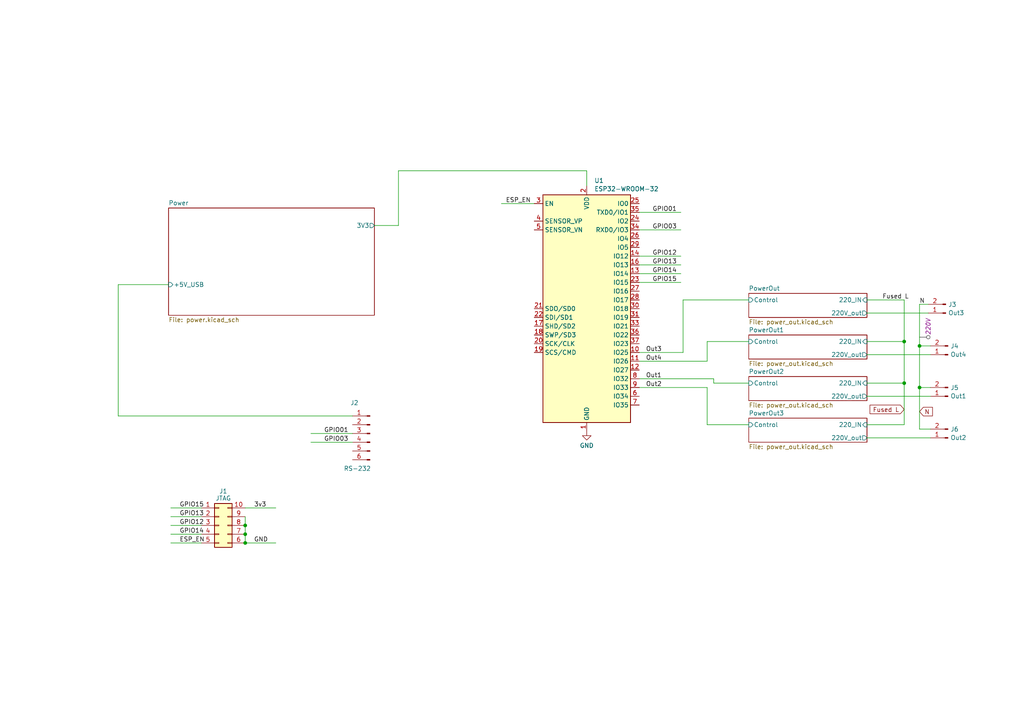
<source format=kicad_sch>
(kicad_sch (version 20230121) (generator eeschema)
  (paper "A4")
  (lib_symbols
    (symbol "Connector:Conn_01x02_Pin" (pin_names (offset 1.016) hide)
      (property "Reference" "J" (at 0 2.54 0))
      (property "Value" "Conn_01x02_Pin" (at 0 -5.08 0))
      (symbol "Conn_01x02_Pin_1_1"
        (polyline (pts (xy 1.27 -2.54) (xy 0.8636 -2.54)) (stroke (width 0.1524)))
        (polyline (pts (xy 1.27 0) (xy 0.8636 0)) (stroke (width 0.1524)))
        (rectangle (start 0.8636 -2.413) (end 0 -2.667) (stroke (width 0.1524)) (fill (type outline)))
        (rectangle (start 0.8636 0.127) (end 0 -0.127) (stroke (width 0.1524)) (fill (type outline)))
        (pin passive line (at 5.08 0 180) (length 3.81) (name "Pin_1") (number "1"))
        (pin passive line (at 5.08 -2.54 180) (length 3.81) (name "Pin_2") (number "2"))
      )
    )
    (symbol "Connector:Conn_01x06_Pin" (pin_names (offset 1.016) hide)
      (property "Reference" "J" (at 0 7.62 0))
      (property "Value" "Conn_01x06_Pin" (at 0 -10.16 0))
      (symbol "Conn_01x06_Pin_1_1"
        (polyline (pts (xy 1.27 -7.62) (xy 0.8636 -7.62)) (stroke (width 0.1524)))
        (polyline (pts (xy 1.27 -5.08) (xy 0.8636 -5.08)) (stroke (width 0.1524)))
        (polyline (pts (xy 1.27 -2.54) (xy 0.8636 -2.54)) (stroke (width 0.1524)))
        (polyline (pts (xy 1.27 0) (xy 0.8636 0)) (stroke (width 0.1524)))
        (polyline (pts (xy 1.27 2.54) (xy 0.8636 2.54)) (stroke (width 0.1524)))
        (polyline (pts (xy 1.27 5.08) (xy 0.8636 5.08)) (stroke (width 0.1524)))
        (rectangle (start 0.8636 -7.493) (end 0 -7.747) (stroke (width 0.1524)) (fill (type outline)))
        (rectangle (start 0.8636 -4.953) (end 0 -5.207) (stroke (width 0.1524)) (fill (type outline)))
        (rectangle (start 0.8636 -2.413) (end 0 -2.667) (stroke (width 0.1524)) (fill (type outline)))
        (rectangle (start 0.8636 0.127) (end 0 -0.127) (stroke (width 0.1524)) (fill (type outline)))
        (rectangle (start 0.8636 2.667) (end 0 2.413) (stroke (width 0.1524)) (fill (type outline)))
        (rectangle (start 0.8636 5.207) (end 0 4.953) (stroke (width 0.1524)) (fill (type outline)))
        (pin passive line (at 5.08 5.08 180) (length 3.81) (name "Pin_1") (number "1"))
        (pin passive line (at 5.08 2.54 180) (length 3.81) (name "Pin_2") (number "2"))
        (pin passive line (at 5.08 0 180) (length 3.81) (name "Pin_3") (number "3"))
        (pin passive line (at 5.08 -2.54 180) (length 3.81) (name "Pin_4") (number "4"))
        (pin passive line (at 5.08 -5.08 180) (length 3.81) (name "Pin_5") (number "5"))
        (pin passive line (at 5.08 -7.62 180) (length 3.81) (name "Pin_6") (number "6"))
      )
    )
    (symbol "Connector_Generic:Conn_02x05_Counter_Clockwise" (pin_names (offset 1.016) hide)
      (property "Reference" "J" (at 1.27 7.62 0))
      (property "Value" "Conn_02x05_Counter_Clockwise" (at 1.27 -7.62 0))
      (symbol "Conn_02x05_Counter_Clockwise_1_1"
        (rectangle (start -1.27 -4.953) (end 0 -5.207) (stroke (width 0.1524)))
        (rectangle (start -1.27 -2.413) (end 0 -2.667) (stroke (width 0.1524)))
        (rectangle (start -1.27 0.127) (end 0 -0.127) (stroke (width 0.1524)))
        (rectangle (start -1.27 2.667) (end 0 2.413) (stroke (width 0.1524)))
        (rectangle (start -1.27 5.207) (end 0 4.953) (stroke (width 0.1524)))
        (rectangle (start -1.27 6.35) (end 3.81 -6.35) (stroke (width 0.254)) (fill (type background)))
        (rectangle (start 3.81 -4.953) (end 2.54 -5.207) (stroke (width 0.1524)))
        (rectangle (start 3.81 -2.413) (end 2.54 -2.667) (stroke (width 0.1524)))
        (rectangle (start 3.81 0.127) (end 2.54 -0.127) (stroke (width 0.1524)))
        (rectangle (start 3.81 2.667) (end 2.54 2.413) (stroke (width 0.1524)))
        (rectangle (start 3.81 5.207) (end 2.54 4.953) (stroke (width 0.1524)))
        (pin passive line (at -5.08 5.08 0) (length 3.81) (name "Pin_1") (number "1"))
        (pin passive line (at 7.62 5.08 180) (length 3.81) (name "Pin_10") (number "10"))
        (pin passive line (at -5.08 2.54 0) (length 3.81) (name "Pin_2") (number "2"))
        (pin passive line (at -5.08 0 0) (length 3.81) (name "Pin_3") (number "3"))
        (pin passive line (at -5.08 -2.54 0) (length 3.81) (name "Pin_4") (number "4"))
        (pin passive line (at -5.08 -5.08 0) (length 3.81) (name "Pin_5") (number "5"))
        (pin passive line (at 7.62 -5.08 180) (length 3.81) (name "Pin_6") (number "6"))
        (pin passive line (at 7.62 -2.54 180) (length 3.81) (name "Pin_7") (number "7"))
        (pin passive line (at 7.62 0 180) (length 3.81) (name "Pin_8") (number "8"))
        (pin passive line (at 7.62 2.54 180) (length 3.81) (name "Pin_9") (number "9"))
      )
    )
    (symbol "RF_Module:ESP32-WROOM-32"
      (property "Reference" "U" (at -12.7 34.29 0))
      (property "Value" "ESP32-WROOM-32" (at 1.27 34.29 0))
      (symbol "ESP32-WROOM-32_0_1"
        (rectangle (start -12.7 33.02) (end 12.7 -33.02) (stroke (width 0.254)) (fill (type background)))
      )
      (symbol "ESP32-WROOM-32_1_1"
        (pin power_in line (at 0 -35.56 90) (length 2.54) (name "GND") (number "1"))
        (pin bidirectional line (at 15.24 -12.7 180) (length 2.54) (name "IO25") (number "10"))
        (pin bidirectional line (at 15.24 -15.24 180) (length 2.54) (name "IO26") (number "11"))
        (pin bidirectional line (at 15.24 -17.78 180) (length 2.54) (name "IO27") (number "12"))
        (pin bidirectional line (at 15.24 10.16 180) (length 2.54) (name "IO14") (number "13"))
        (pin bidirectional line (at 15.24 15.24 180) (length 2.54) (name "IO12") (number "14"))
        (pin passive line (at 0 -35.56 90) (length 2.54) hide (name "GND") (number "15"))
        (pin bidirectional line (at 15.24 12.7 180) (length 2.54) (name "IO13") (number "16"))
        (pin bidirectional line (at -15.24 -5.08 0) (length 2.54) (name "SHD/SD2") (number "17"))
        (pin bidirectional line (at -15.24 -7.62 0) (length 2.54) (name "SWP/SD3") (number "18"))
        (pin bidirectional line (at -15.24 -12.7 0) (length 2.54) (name "SCS/CMD") (number "19"))
        (pin power_in line (at 0 35.56 270) (length 2.54) (name "VDD") (number "2"))
        (pin bidirectional line (at -15.24 -10.16 0) (length 2.54) (name "SCK/CLK") (number "20"))
        (pin bidirectional line (at -15.24 0 0) (length 2.54) (name "SDO/SD0") (number "21"))
        (pin bidirectional line (at -15.24 -2.54 0) (length 2.54) (name "SDI/SD1") (number "22"))
        (pin bidirectional line (at 15.24 7.62 180) (length 2.54) (name "IO15") (number "23"))
        (pin bidirectional line (at 15.24 25.4 180) (length 2.54) (name "IO2") (number "24"))
        (pin bidirectional line (at 15.24 30.48 180) (length 2.54) (name "IO0") (number "25"))
        (pin bidirectional line (at 15.24 20.32 180) (length 2.54) (name "IO4") (number "26"))
        (pin bidirectional line (at 15.24 5.08 180) (length 2.54) (name "IO16") (number "27"))
        (pin bidirectional line (at 15.24 2.54 180) (length 2.54) (name "IO17") (number "28"))
        (pin bidirectional line (at 15.24 17.78 180) (length 2.54) (name "IO5") (number "29"))
        (pin input line (at -15.24 30.48 0) (length 2.54) (name "EN") (number "3"))
        (pin bidirectional line (at 15.24 0 180) (length 2.54) (name "IO18") (number "30"))
        (pin bidirectional line (at 15.24 -2.54 180) (length 2.54) (name "IO19") (number "31"))
        (pin no_connect line (at -12.7 -27.94 0) (length 2.54) hide (name "NC") (number "32"))
        (pin bidirectional line (at 15.24 -5.08 180) (length 2.54) (name "IO21") (number "33"))
        (pin bidirectional line (at 15.24 22.86 180) (length 2.54) (name "RXD0/IO3") (number "34"))
        (pin bidirectional line (at 15.24 27.94 180) (length 2.54) (name "TXD0/IO1") (number "35"))
        (pin bidirectional line (at 15.24 -7.62 180) (length 2.54) (name "IO22") (number "36"))
        (pin bidirectional line (at 15.24 -10.16 180) (length 2.54) (name "IO23") (number "37"))
        (pin passive line (at 0 -35.56 90) (length 2.54) hide (name "GND") (number "38"))
        (pin passive line (at 0 -35.56 90) (length 2.54) hide (name "GND") (number "39"))
        (pin input line (at -15.24 25.4 0) (length 2.54) (name "SENSOR_VP") (number "4"))
        (pin input line (at -15.24 22.86 0) (length 2.54) (name "SENSOR_VN") (number "5"))
        (pin input line (at 15.24 -25.4 180) (length 2.54) (name "IO34") (number "6"))
        (pin input line (at 15.24 -27.94 180) (length 2.54) (name "IO35") (number "7"))
        (pin bidirectional line (at 15.24 -20.32 180) (length 2.54) (name "IO32") (number "8"))
        (pin bidirectional line (at 15.24 -22.86 180) (length 2.54) (name "IO33") (number "9"))
      )
    )
    (symbol "power:GND" (power) (pin_names (offset 0))
      (property "Value" "GND" (at 0 -3.81 0))
      (symbol "GND_0_1"
        (polyline (pts (xy 0 0) (xy 0 -1.27) (xy 1.27 -1.27) (xy 0 -2.54) (xy -1.27 -1.27) (xy 0 -1.27)))
      )
      (symbol "GND_1_1"
        (pin power_in line (at 0 0 270) (length 0) hide (name "GND") (number "1"))
      )
    )
  )
  (junction (at 266.7 112.395))
  (junction (at 262.255 111.125))
  (junction (at 262.255 99.06))
  (junction (at 71.12 154.94))
  (junction (at 71.12 157.48))
  (junction (at 266.7 100.33))
  (junction (at 71.12 152.4))
  (wire (pts (xy 185.42 109.855) (xy 207.01 109.855)))
  (wire (pts (xy 34.29 82.55) (xy 48.895 82.55)))
  (wire (pts (xy 269.24 88.265) (xy 266.7 88.265)))
  (wire (pts (xy 262.255 99.06) (xy 262.255 111.125)))
  (wire (pts (xy 205.105 99.06) (xy 217.17 99.06)))
  (wire (pts (xy 251.46 114.935) (xy 269.875 114.935)))
  (wire (pts (xy 207.01 109.855) (xy 207.01 111.125)))
  (wire (pts (xy 262.255 123.19) (xy 251.46 123.19)))
  (wire (pts (xy 90.17 125.73) (xy 102.235 125.73)))
  (wire (pts (xy 115.57 49.53) (xy 115.57 65.405)))
  (wire (pts (xy 170.18 49.53) (xy 170.18 53.975)))
  (wire (pts (xy 185.42 81.915) (xy 197.485 81.915)))
  (wire (pts (xy 49.53 147.32) (xy 58.42 147.32)))
  (wire (pts (xy 205.105 123.19) (xy 217.17 123.19)))
  (wire (pts (xy 49.53 157.48) (xy 58.42 157.48)))
  (wire (pts (xy 185.42 74.295) (xy 197.485 74.295)))
  (wire (pts (xy 49.53 154.94) (xy 58.42 154.94)))
  (wire (pts (xy 185.42 102.235) (xy 198.12 102.235)))
  (wire (pts (xy 71.12 154.94) (xy 71.12 157.48)))
  (wire (pts (xy 185.42 112.395) (xy 205.105 112.395)))
  (wire (pts (xy 205.105 104.775) (xy 205.105 99.06)))
  (wire (pts (xy 185.42 76.835) (xy 197.485 76.835)))
  (wire (pts (xy 251.46 102.87) (xy 269.875 102.87)))
  (wire (pts (xy 262.255 86.995) (xy 262.255 99.06)))
  (wire (pts (xy 34.29 120.65) (xy 102.235 120.65)))
  (wire (pts (xy 251.46 111.125) (xy 262.255 111.125)))
  (wire (pts (xy 115.57 49.53) (xy 170.18 49.53)))
  (wire (pts (xy 90.17 128.27) (xy 102.235 128.27)))
  (wire (pts (xy 266.7 100.33) (xy 269.875 100.33)))
  (wire (pts (xy 108.585 65.405) (xy 115.57 65.405)))
  (wire (pts (xy 71.12 157.48) (xy 80.01 157.48)))
  (wire (pts (xy 80.01 147.32) (xy 71.12 147.32)))
  (wire (pts (xy 251.46 99.06) (xy 262.255 99.06)))
  (wire (pts (xy 198.12 86.995) (xy 217.17 86.995)))
  (wire (pts (xy 34.29 120.65) (xy 34.29 82.55)))
  (wire (pts (xy 185.42 79.375) (xy 197.485 79.375)))
  (wire (pts (xy 207.01 111.125) (xy 217.17 111.125)))
  (wire (pts (xy 266.7 112.395) (xy 269.875 112.395)))
  (wire (pts (xy 185.42 66.675) (xy 197.485 66.675)))
  (wire (pts (xy 49.53 149.86) (xy 58.42 149.86)))
  (wire (pts (xy 185.42 61.595) (xy 197.485 61.595)))
  (wire (pts (xy 251.46 127) (xy 269.875 127)))
  (wire (pts (xy 251.46 86.995) (xy 262.255 86.995)))
  (wire (pts (xy 71.12 152.4) (xy 71.12 154.94)))
  (wire (pts (xy 262.255 111.125) (xy 262.255 123.19)))
  (wire (pts (xy 185.42 104.775) (xy 205.105 104.775)))
  (wire (pts (xy 198.12 102.235) (xy 198.12 86.995)))
  (wire (pts (xy 266.7 100.33) (xy 266.7 112.395)))
  (wire (pts (xy 251.46 90.805) (xy 269.24 90.805)))
  (wire (pts (xy 266.7 88.265) (xy 266.7 100.33)))
  (wire (pts (xy 71.12 149.86) (xy 71.12 152.4)))
  (wire (pts (xy 266.7 124.46) (xy 269.875 124.46)))
  (wire (pts (xy 266.7 112.395) (xy 266.7 124.46)))
  (wire (pts (xy 205.105 112.395) (xy 205.105 123.19)))
  (wire (pts (xy 49.53 152.4) (xy 58.42 152.4)))
  (wire (pts (xy 145.415 59.055) (xy 154.94 59.055)))
  (label "Out2" (at 187.325 112.395 0))
  (label "GPIO12" (at 52.07 152.4 0))
  (label "GPIO13" (at 52.07 149.86 0))
  (label "Out1" (at 187.325 109.855 0))
  (label "GPIO01" (at 93.98 125.73 0))
  (label "N" (at 266.7 88.265 0))
  (label "GPIO12" (at 189.23 74.295 0))
  (label "GPIO13" (at 189.23 76.835 0))
  (label "GPIO03" (at 189.23 66.675 0))
  (label "ESP_EN" (at 52.07 157.48 0))
  (label "GPIO14" (at 189.23 79.375 0))
  (label "Fused L" (at 255.905 86.995 0))
  (label "GPIO15" (at 189.23 81.915 0))
  (label "GPIO14" (at 52.07 154.94 0))
  (label "GPIO15" (at 52.07 147.32 0))
  (label "ESP_EN" (at 146.685 59.055 0))
  (label "GPIO01" (at 189.23 61.595 0))
  (label "GPIO03" (at 93.98 128.27 0))
  (label "Out3" (at 187.325 102.235 0))
  (label "3v3" (at 73.66 147.32 0))
  (label "Out4" (at 187.325 104.775 0))
  (label "GND" (at 73.66 157.48 0))
  (global_label "N" (shape input) (at 266.7 119.38 0) (property "Intersheetrefs" "${INTERSHEET_REFS}" (effects hide)))
  (global_label "Fused L" (shape input) (at 262.255 118.745 180) (property "Intersheetrefs" "${INTERSHEET_REFS}" (effects hide)))
  (netclass_flag "" (length 2.54) (shape round) (at 266.7 97.79 270) (property "Netclass" "220V" (at 269.24 97.1804 90) (effects (font italic) (justify left))))
  (symbol (lib_id "Connector_Generic:Conn_02x05_Counter_Clockwise") (at 63.5 152.4 0) (unit 1)
    (property "Reference" "J1" (at 64.77 142.47 0))
    (property "Value" "JTAG" (at 64.77 144.518 0))
    (property "Footprint" "Connector:Tag-Connect_TC2050-IDC-FP_2x05_P1.27mm_Vertical" (effects hide))
  )
  (symbol (lib_id "Connector:Conn_01x02_Pin") (at 274.955 114.935 180) (unit 1)
    (property "Reference" "J5" (at 275.6662 112.4529 0) (effects (justify right)))
    (property "Value" "Out1" (at 275.6662 114.8771 0) (effects (justify right)))
    (property "Footprint" "Connector_JST:JST_NV_B02P-NV_1x02_P5.00mm_Vertical" (effects hide))
  )
  (symbol (lib_id "power:GND") (at 170.18 125.095 0) (unit 1)
    (property "Reference" "#PWR02" (effects hide))
    (property "Value" "GND" (at 170.18 129.2281 0))
  )
  (symbol (lib_id "Connector:Conn_01x06_Pin") (at 107.315 125.73 0) (mirror y) (unit 1)
    (property "Reference" "J2" (at 101.6 116.84 0) (effects (justify right)))
    (property "Value" "RS-232" (at 99.695 135.89 0) (effects (justify right)))
    (property "Footprint" "Connector:Tag-Connect_TC2030-IDC-NL_2x03_P1.27mm_Vertical" (effects hide))
  )
  (symbol (lib_id "Connector:Conn_01x02_Pin") (at 274.955 102.87 180) (unit 1)
    (property "Reference" "J4" (at 275.6662 100.3879 0) (effects (justify right)))
    (property "Value" "Out4" (at 275.6662 102.8121 0) (effects (justify right)))
    (property "Footprint" "Connector_JST:JST_NV_B02P-NV_1x02_P5.00mm_Vertical" (effects hide))
  )
  (symbol (lib_id "Connector:Conn_01x02_Pin") (at 274.32 90.805 180) (unit 1)
    (property "Reference" "J3" (at 275.0312 88.3229 0) (effects (justify right)))
    (property "Value" "Out3" (at 275.0312 90.7471 0) (effects (justify right)))
    (property "Footprint" "Connector_JST:JST_NV_B02P-NV_1x02_P5.00mm_Vertical" (effects hide))
  )
  (symbol (lib_id "Connector:Conn_01x02_Pin") (at 274.955 127 180) (unit 1)
    (property "Reference" "J6" (at 275.6662 124.5179 0) (effects (justify right)))
    (property "Value" "Out2" (at 275.6662 126.9421 0) (effects (justify right)))
    (property "Footprint" "Connector_JST:JST_NV_B02P-NV_1x02_P5.00mm_Vertical" (effects hide))
  )
  (symbol (lib_id "RF_Module:ESP32-WROOM-32") (at 170.18 89.535 0) (unit 1)
    (property "Reference" "U1" (at 172.3741 52.3707 0) (effects (justify left)))
    (property "Value" "ESP32-WROOM-32" (at 172.3741 54.7949 0) (effects (justify left)))
    (property "Footprint" "RF_Module:ESP32-WROOM-32" (effects hide))
    (property "Datasheet" "https://www.espressif.com/sites/default/files/documentation/esp32-wroom-32_datasheet_en.pdf" (effects hide))
  )
  (sheet (at 48.895 60.325) (size 59.69 31.115) (stroke (width 0.1524))
    (property "Sheetname" "Power" (at 48.895 59.6134 0) (effects (justify left bottom)))
    (property "Sheetfile" "power.kicad_sch" (at 48.895 92.0246 0) (effects (justify left top)))
    (pin "+5V_USB" input (at 48.895 82.55 180))
    (pin "3V3" output (at 108.585 65.405 0))
  )
  (sheet (at 217.17 97.155) (size 34.29 6.985) (stroke (width 0.1524))
    (property "Sheetname" "PowerOut1" (at 217.17 96.4434 0) (effects (justify left bottom)))
    (property "Sheetfile" "power_out.kicad_sch" (at 217.17 104.7246 0) (effects (justify left top)))
    (pin "220V_out" output (at 251.46 102.87 0))
    (pin "220_IN" input (at 251.46 99.06 0))
    (pin "Control" input (at 217.17 99.06 180))
  )
  (sheet (at 217.17 85.09) (size 34.29 6.985) (stroke (width 0.1524))
    (property "Sheetname" "PowerOut" (at 217.17 84.3784 0) (effects (justify left bottom)))
    (property "Sheetfile" "power_out.kicad_sch" (at 217.17 92.6596 0) (effects (justify left top)))
    (pin "220V_out" output (at 251.46 90.805 0))
    (pin "220_IN" input (at 251.46 86.995 0))
    (pin "Control" input (at 217.17 86.995 180))
  )
  (sheet (at 217.17 109.22) (size 34.29 6.985) (stroke (width 0.1524))
    (property "Sheetname" "PowerOut2" (at 217.17 108.5084 0) (effects (justify left bottom)))
    (property "Sheetfile" "power_out.kicad_sch" (at 217.17 116.7896 0) (effects (justify left top)))
    (pin "220V_out" output (at 251.46 114.935 0))
    (pin "220_IN" input (at 251.46 111.125 0))
    (pin "Control" input (at 217.17 111.125 180))
  )
  (sheet (at 217.17 121.285) (size 34.29 6.985) (stroke (width 0.1524))
    (property "Sheetname" "PowerOut3" (at 217.17 120.5734 0) (effects (justify left bottom)))
    (property "Sheetfile" "power_out.kicad_sch" (at 217.17 128.8546 0) (effects (justify left top)))
    (pin "220V_out" output (at 251.46 127 0))
    (pin "220_IN" input (at 251.46 123.19 0))
    (pin "Control" input (at 217.17 123.19 180))
  )
)
</source>
